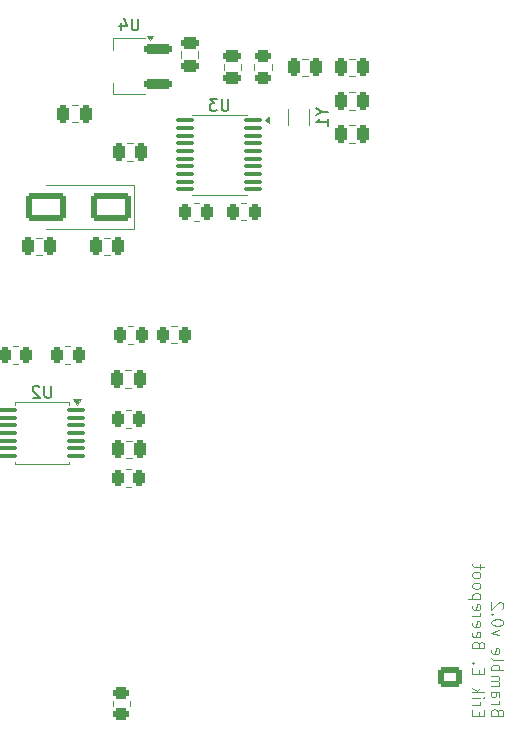
<source format=gbr>
%TF.GenerationSoftware,KiCad,Pcbnew,9.0.6*%
%TF.CreationDate,2025-12-09T07:01:58-08:00*%
%TF.ProjectId,bramble,6272616d-626c-4652-9e6b-696361645f70,rev?*%
%TF.SameCoordinates,Original*%
%TF.FileFunction,Legend,Bot*%
%TF.FilePolarity,Positive*%
%FSLAX46Y46*%
G04 Gerber Fmt 4.6, Leading zero omitted, Abs format (unit mm)*
G04 Created by KiCad (PCBNEW 9.0.6) date 2025-12-09 07:01:58*
%MOMM*%
%LPD*%
G01*
G04 APERTURE LIST*
G04 Aperture macros list*
%AMRoundRect*
0 Rectangle with rounded corners*
0 $1 Rounding radius*
0 $2 $3 $4 $5 $6 $7 $8 $9 X,Y pos of 4 corners*
0 Add a 4 corners polygon primitive as box body*
4,1,4,$2,$3,$4,$5,$6,$7,$8,$9,$2,$3,0*
0 Add four circle primitives for the rounded corners*
1,1,$1+$1,$2,$3*
1,1,$1+$1,$4,$5*
1,1,$1+$1,$6,$7*
1,1,$1+$1,$8,$9*
0 Add four rect primitives between the rounded corners*
20,1,$1+$1,$2,$3,$4,$5,0*
20,1,$1+$1,$4,$5,$6,$7,0*
20,1,$1+$1,$6,$7,$8,$9,0*
20,1,$1+$1,$8,$9,$2,$3,0*%
%AMFreePoly0*
4,1,9,5.362500,-0.866500,1.237500,-0.866500,1.237500,-0.450000,-1.237500,-0.450000,-1.237500,0.450000,1.237500,0.450000,1.237500,0.866500,5.362500,0.866500,5.362500,-0.866500,5.362500,-0.866500,$1*%
G04 Aperture macros list end*
%ADD10C,0.100000*%
%ADD11C,0.150000*%
%ADD12C,0.120000*%
%ADD13C,5.000000*%
%ADD14O,1.700000X1.950000*%
%ADD15RoundRect,0.250000X0.600000X0.725000X-0.600000X0.725000X-0.600000X-0.725000X0.600000X-0.725000X0*%
%ADD16C,1.200000*%
%ADD17C,1.800000*%
%ADD18R,1.800000X1.800000*%
%ADD19C,1.700000*%
%ADD20R,1.700000X1.700000*%
%ADD21C,0.650000*%
%ADD22O,1.950000X1.700000*%
%ADD23RoundRect,0.250000X0.725000X-0.600000X0.725000X0.600000X-0.725000X0.600000X-0.725000X-0.600000X0*%
%ADD24C,2.400000*%
%ADD25RoundRect,0.100000X0.637500X0.100000X-0.637500X0.100000X-0.637500X-0.100000X0.637500X-0.100000X0*%
%ADD26RoundRect,0.250000X-0.262500X-0.450000X0.262500X-0.450000X0.262500X0.450000X-0.262500X0.450000X0*%
%ADD27RoundRect,0.250000X0.262500X0.450000X-0.262500X0.450000X-0.262500X-0.450000X0.262500X-0.450000X0*%
%ADD28RoundRect,0.250000X-0.250000X-0.475000X0.250000X-0.475000X0.250000X0.475000X-0.250000X0.475000X0*%
%ADD29RoundRect,0.250001X1.412499X0.949999X-1.412499X0.949999X-1.412499X-0.949999X1.412499X-0.949999X0*%
%ADD30RoundRect,0.250000X0.250000X0.475000X-0.250000X0.475000X-0.250000X-0.475000X0.250000X-0.475000X0*%
%ADD31R,1.800000X1.000000*%
%ADD32RoundRect,0.225000X0.925000X0.225000X-0.925000X0.225000X-0.925000X-0.225000X0.925000X-0.225000X0*%
%ADD33FreePoly0,180.000000*%
%ADD34RoundRect,0.250000X-0.450000X0.262500X-0.450000X-0.262500X0.450000X-0.262500X0.450000X0.262500X0*%
%ADD35RoundRect,0.250000X-0.475000X0.250000X-0.475000X-0.250000X0.475000X-0.250000X0.475000X0.250000X0*%
%ADD36RoundRect,0.250000X0.450000X-0.262500X0.450000X0.262500X-0.450000X0.262500X-0.450000X-0.262500X0*%
G04 APERTURE END LIST*
D10*
X60061334Y-75412782D02*
X60013715Y-75269925D01*
X60013715Y-75269925D02*
X59966096Y-75222306D01*
X59966096Y-75222306D02*
X59870858Y-75174687D01*
X59870858Y-75174687D02*
X59728001Y-75174687D01*
X59728001Y-75174687D02*
X59632763Y-75222306D01*
X59632763Y-75222306D02*
X59585144Y-75269925D01*
X59585144Y-75269925D02*
X59537524Y-75365163D01*
X59537524Y-75365163D02*
X59537524Y-75746115D01*
X59537524Y-75746115D02*
X60537524Y-75746115D01*
X60537524Y-75746115D02*
X60537524Y-75412782D01*
X60537524Y-75412782D02*
X60489905Y-75317544D01*
X60489905Y-75317544D02*
X60442286Y-75269925D01*
X60442286Y-75269925D02*
X60347048Y-75222306D01*
X60347048Y-75222306D02*
X60251810Y-75222306D01*
X60251810Y-75222306D02*
X60156572Y-75269925D01*
X60156572Y-75269925D02*
X60108953Y-75317544D01*
X60108953Y-75317544D02*
X60061334Y-75412782D01*
X60061334Y-75412782D02*
X60061334Y-75746115D01*
X59537524Y-74746115D02*
X60204191Y-74746115D01*
X60013715Y-74746115D02*
X60108953Y-74698496D01*
X60108953Y-74698496D02*
X60156572Y-74650877D01*
X60156572Y-74650877D02*
X60204191Y-74555639D01*
X60204191Y-74555639D02*
X60204191Y-74460401D01*
X59537524Y-73698496D02*
X60061334Y-73698496D01*
X60061334Y-73698496D02*
X60156572Y-73746115D01*
X60156572Y-73746115D02*
X60204191Y-73841353D01*
X60204191Y-73841353D02*
X60204191Y-74031829D01*
X60204191Y-74031829D02*
X60156572Y-74127067D01*
X59585144Y-73698496D02*
X59537524Y-73793734D01*
X59537524Y-73793734D02*
X59537524Y-74031829D01*
X59537524Y-74031829D02*
X59585144Y-74127067D01*
X59585144Y-74127067D02*
X59680382Y-74174686D01*
X59680382Y-74174686D02*
X59775620Y-74174686D01*
X59775620Y-74174686D02*
X59870858Y-74127067D01*
X59870858Y-74127067D02*
X59918477Y-74031829D01*
X59918477Y-74031829D02*
X59918477Y-73793734D01*
X59918477Y-73793734D02*
X59966096Y-73698496D01*
X59537524Y-73222305D02*
X60204191Y-73222305D01*
X60108953Y-73222305D02*
X60156572Y-73174686D01*
X60156572Y-73174686D02*
X60204191Y-73079448D01*
X60204191Y-73079448D02*
X60204191Y-72936591D01*
X60204191Y-72936591D02*
X60156572Y-72841353D01*
X60156572Y-72841353D02*
X60061334Y-72793734D01*
X60061334Y-72793734D02*
X59537524Y-72793734D01*
X60061334Y-72793734D02*
X60156572Y-72746115D01*
X60156572Y-72746115D02*
X60204191Y-72650877D01*
X60204191Y-72650877D02*
X60204191Y-72508020D01*
X60204191Y-72508020D02*
X60156572Y-72412781D01*
X60156572Y-72412781D02*
X60061334Y-72365162D01*
X60061334Y-72365162D02*
X59537524Y-72365162D01*
X59537524Y-71888972D02*
X60537524Y-71888972D01*
X60156572Y-71888972D02*
X60204191Y-71793734D01*
X60204191Y-71793734D02*
X60204191Y-71603258D01*
X60204191Y-71603258D02*
X60156572Y-71508020D01*
X60156572Y-71508020D02*
X60108953Y-71460401D01*
X60108953Y-71460401D02*
X60013715Y-71412782D01*
X60013715Y-71412782D02*
X59728001Y-71412782D01*
X59728001Y-71412782D02*
X59632763Y-71460401D01*
X59632763Y-71460401D02*
X59585144Y-71508020D01*
X59585144Y-71508020D02*
X59537524Y-71603258D01*
X59537524Y-71603258D02*
X59537524Y-71793734D01*
X59537524Y-71793734D02*
X59585144Y-71888972D01*
X59537524Y-70841353D02*
X59585144Y-70936591D01*
X59585144Y-70936591D02*
X59680382Y-70984210D01*
X59680382Y-70984210D02*
X60537524Y-70984210D01*
X59585144Y-70079448D02*
X59537524Y-70174686D01*
X59537524Y-70174686D02*
X59537524Y-70365162D01*
X59537524Y-70365162D02*
X59585144Y-70460400D01*
X59585144Y-70460400D02*
X59680382Y-70508019D01*
X59680382Y-70508019D02*
X60061334Y-70508019D01*
X60061334Y-70508019D02*
X60156572Y-70460400D01*
X60156572Y-70460400D02*
X60204191Y-70365162D01*
X60204191Y-70365162D02*
X60204191Y-70174686D01*
X60204191Y-70174686D02*
X60156572Y-70079448D01*
X60156572Y-70079448D02*
X60061334Y-70031829D01*
X60061334Y-70031829D02*
X59966096Y-70031829D01*
X59966096Y-70031829D02*
X59870858Y-70508019D01*
X60204191Y-68936590D02*
X59537524Y-68698495D01*
X59537524Y-68698495D02*
X60204191Y-68460400D01*
X60537524Y-67888971D02*
X60537524Y-67793733D01*
X60537524Y-67793733D02*
X60489905Y-67698495D01*
X60489905Y-67698495D02*
X60442286Y-67650876D01*
X60442286Y-67650876D02*
X60347048Y-67603257D01*
X60347048Y-67603257D02*
X60156572Y-67555638D01*
X60156572Y-67555638D02*
X59918477Y-67555638D01*
X59918477Y-67555638D02*
X59728001Y-67603257D01*
X59728001Y-67603257D02*
X59632763Y-67650876D01*
X59632763Y-67650876D02*
X59585144Y-67698495D01*
X59585144Y-67698495D02*
X59537524Y-67793733D01*
X59537524Y-67793733D02*
X59537524Y-67888971D01*
X59537524Y-67888971D02*
X59585144Y-67984209D01*
X59585144Y-67984209D02*
X59632763Y-68031828D01*
X59632763Y-68031828D02*
X59728001Y-68079447D01*
X59728001Y-68079447D02*
X59918477Y-68127066D01*
X59918477Y-68127066D02*
X60156572Y-68127066D01*
X60156572Y-68127066D02*
X60347048Y-68079447D01*
X60347048Y-68079447D02*
X60442286Y-68031828D01*
X60442286Y-68031828D02*
X60489905Y-67984209D01*
X60489905Y-67984209D02*
X60537524Y-67888971D01*
X59632763Y-67127066D02*
X59585144Y-67079447D01*
X59585144Y-67079447D02*
X59537524Y-67127066D01*
X59537524Y-67127066D02*
X59585144Y-67174685D01*
X59585144Y-67174685D02*
X59632763Y-67127066D01*
X59632763Y-67127066D02*
X59537524Y-67127066D01*
X60442286Y-66698495D02*
X60489905Y-66650876D01*
X60489905Y-66650876D02*
X60537524Y-66555638D01*
X60537524Y-66555638D02*
X60537524Y-66317543D01*
X60537524Y-66317543D02*
X60489905Y-66222305D01*
X60489905Y-66222305D02*
X60442286Y-66174686D01*
X60442286Y-66174686D02*
X60347048Y-66127067D01*
X60347048Y-66127067D02*
X60251810Y-66127067D01*
X60251810Y-66127067D02*
X60108953Y-66174686D01*
X60108953Y-66174686D02*
X59537524Y-66746114D01*
X59537524Y-66746114D02*
X59537524Y-66127067D01*
X58451390Y-75746115D02*
X58451390Y-75412782D01*
X57927580Y-75269925D02*
X57927580Y-75746115D01*
X57927580Y-75746115D02*
X58927580Y-75746115D01*
X58927580Y-75746115D02*
X58927580Y-75269925D01*
X57927580Y-74841353D02*
X58594247Y-74841353D01*
X58403771Y-74841353D02*
X58499009Y-74793734D01*
X58499009Y-74793734D02*
X58546628Y-74746115D01*
X58546628Y-74746115D02*
X58594247Y-74650877D01*
X58594247Y-74650877D02*
X58594247Y-74555639D01*
X57927580Y-74222305D02*
X58594247Y-74222305D01*
X58927580Y-74222305D02*
X58879961Y-74269924D01*
X58879961Y-74269924D02*
X58832342Y-74222305D01*
X58832342Y-74222305D02*
X58879961Y-74174686D01*
X58879961Y-74174686D02*
X58927580Y-74222305D01*
X58927580Y-74222305D02*
X58832342Y-74222305D01*
X57927580Y-73746115D02*
X58927580Y-73746115D01*
X58308533Y-73650877D02*
X57927580Y-73365163D01*
X58594247Y-73365163D02*
X58213295Y-73746115D01*
X58451390Y-72174686D02*
X58451390Y-71841353D01*
X57927580Y-71698496D02*
X57927580Y-72174686D01*
X57927580Y-72174686D02*
X58927580Y-72174686D01*
X58927580Y-72174686D02*
X58927580Y-71698496D01*
X58022819Y-71269924D02*
X57975200Y-71222305D01*
X57975200Y-71222305D02*
X57927580Y-71269924D01*
X57927580Y-71269924D02*
X57975200Y-71317543D01*
X57975200Y-71317543D02*
X58022819Y-71269924D01*
X58022819Y-71269924D02*
X57927580Y-71269924D01*
X58451390Y-69698496D02*
X58403771Y-69555639D01*
X58403771Y-69555639D02*
X58356152Y-69508020D01*
X58356152Y-69508020D02*
X58260914Y-69460401D01*
X58260914Y-69460401D02*
X58118057Y-69460401D01*
X58118057Y-69460401D02*
X58022819Y-69508020D01*
X58022819Y-69508020D02*
X57975200Y-69555639D01*
X57975200Y-69555639D02*
X57927580Y-69650877D01*
X57927580Y-69650877D02*
X57927580Y-70031829D01*
X57927580Y-70031829D02*
X58927580Y-70031829D01*
X58927580Y-70031829D02*
X58927580Y-69698496D01*
X58927580Y-69698496D02*
X58879961Y-69603258D01*
X58879961Y-69603258D02*
X58832342Y-69555639D01*
X58832342Y-69555639D02*
X58737104Y-69508020D01*
X58737104Y-69508020D02*
X58641866Y-69508020D01*
X58641866Y-69508020D02*
X58546628Y-69555639D01*
X58546628Y-69555639D02*
X58499009Y-69603258D01*
X58499009Y-69603258D02*
X58451390Y-69698496D01*
X58451390Y-69698496D02*
X58451390Y-70031829D01*
X57975200Y-68650877D02*
X57927580Y-68746115D01*
X57927580Y-68746115D02*
X57927580Y-68936591D01*
X57927580Y-68936591D02*
X57975200Y-69031829D01*
X57975200Y-69031829D02*
X58070438Y-69079448D01*
X58070438Y-69079448D02*
X58451390Y-69079448D01*
X58451390Y-69079448D02*
X58546628Y-69031829D01*
X58546628Y-69031829D02*
X58594247Y-68936591D01*
X58594247Y-68936591D02*
X58594247Y-68746115D01*
X58594247Y-68746115D02*
X58546628Y-68650877D01*
X58546628Y-68650877D02*
X58451390Y-68603258D01*
X58451390Y-68603258D02*
X58356152Y-68603258D01*
X58356152Y-68603258D02*
X58260914Y-69079448D01*
X57975200Y-67793734D02*
X57927580Y-67888972D01*
X57927580Y-67888972D02*
X57927580Y-68079448D01*
X57927580Y-68079448D02*
X57975200Y-68174686D01*
X57975200Y-68174686D02*
X58070438Y-68222305D01*
X58070438Y-68222305D02*
X58451390Y-68222305D01*
X58451390Y-68222305D02*
X58546628Y-68174686D01*
X58546628Y-68174686D02*
X58594247Y-68079448D01*
X58594247Y-68079448D02*
X58594247Y-67888972D01*
X58594247Y-67888972D02*
X58546628Y-67793734D01*
X58546628Y-67793734D02*
X58451390Y-67746115D01*
X58451390Y-67746115D02*
X58356152Y-67746115D01*
X58356152Y-67746115D02*
X58260914Y-68222305D01*
X57927580Y-67317543D02*
X58594247Y-67317543D01*
X58403771Y-67317543D02*
X58499009Y-67269924D01*
X58499009Y-67269924D02*
X58546628Y-67222305D01*
X58546628Y-67222305D02*
X58594247Y-67127067D01*
X58594247Y-67127067D02*
X58594247Y-67031829D01*
X57975200Y-66317543D02*
X57927580Y-66412781D01*
X57927580Y-66412781D02*
X57927580Y-66603257D01*
X57927580Y-66603257D02*
X57975200Y-66698495D01*
X57975200Y-66698495D02*
X58070438Y-66746114D01*
X58070438Y-66746114D02*
X58451390Y-66746114D01*
X58451390Y-66746114D02*
X58546628Y-66698495D01*
X58546628Y-66698495D02*
X58594247Y-66603257D01*
X58594247Y-66603257D02*
X58594247Y-66412781D01*
X58594247Y-66412781D02*
X58546628Y-66317543D01*
X58546628Y-66317543D02*
X58451390Y-66269924D01*
X58451390Y-66269924D02*
X58356152Y-66269924D01*
X58356152Y-66269924D02*
X58260914Y-66746114D01*
X58594247Y-65841352D02*
X57594247Y-65841352D01*
X58546628Y-65841352D02*
X58594247Y-65746114D01*
X58594247Y-65746114D02*
X58594247Y-65555638D01*
X58594247Y-65555638D02*
X58546628Y-65460400D01*
X58546628Y-65460400D02*
X58499009Y-65412781D01*
X58499009Y-65412781D02*
X58403771Y-65365162D01*
X58403771Y-65365162D02*
X58118057Y-65365162D01*
X58118057Y-65365162D02*
X58022819Y-65412781D01*
X58022819Y-65412781D02*
X57975200Y-65460400D01*
X57975200Y-65460400D02*
X57927580Y-65555638D01*
X57927580Y-65555638D02*
X57927580Y-65746114D01*
X57927580Y-65746114D02*
X57975200Y-65841352D01*
X57927580Y-64793733D02*
X57975200Y-64888971D01*
X57975200Y-64888971D02*
X58022819Y-64936590D01*
X58022819Y-64936590D02*
X58118057Y-64984209D01*
X58118057Y-64984209D02*
X58403771Y-64984209D01*
X58403771Y-64984209D02*
X58499009Y-64936590D01*
X58499009Y-64936590D02*
X58546628Y-64888971D01*
X58546628Y-64888971D02*
X58594247Y-64793733D01*
X58594247Y-64793733D02*
X58594247Y-64650876D01*
X58594247Y-64650876D02*
X58546628Y-64555638D01*
X58546628Y-64555638D02*
X58499009Y-64508019D01*
X58499009Y-64508019D02*
X58403771Y-64460400D01*
X58403771Y-64460400D02*
X58118057Y-64460400D01*
X58118057Y-64460400D02*
X58022819Y-64508019D01*
X58022819Y-64508019D02*
X57975200Y-64555638D01*
X57975200Y-64555638D02*
X57927580Y-64650876D01*
X57927580Y-64650876D02*
X57927580Y-64793733D01*
X57927580Y-63888971D02*
X57975200Y-63984209D01*
X57975200Y-63984209D02*
X58022819Y-64031828D01*
X58022819Y-64031828D02*
X58118057Y-64079447D01*
X58118057Y-64079447D02*
X58403771Y-64079447D01*
X58403771Y-64079447D02*
X58499009Y-64031828D01*
X58499009Y-64031828D02*
X58546628Y-63984209D01*
X58546628Y-63984209D02*
X58594247Y-63888971D01*
X58594247Y-63888971D02*
X58594247Y-63746114D01*
X58594247Y-63746114D02*
X58546628Y-63650876D01*
X58546628Y-63650876D02*
X58499009Y-63603257D01*
X58499009Y-63603257D02*
X58403771Y-63555638D01*
X58403771Y-63555638D02*
X58118057Y-63555638D01*
X58118057Y-63555638D02*
X58022819Y-63603257D01*
X58022819Y-63603257D02*
X57975200Y-63650876D01*
X57975200Y-63650876D02*
X57927580Y-63746114D01*
X57927580Y-63746114D02*
X57927580Y-63888971D01*
X58594247Y-63269923D02*
X58594247Y-62888971D01*
X58927580Y-63127066D02*
X58070438Y-63127066D01*
X58070438Y-63127066D02*
X57975200Y-63079447D01*
X57975200Y-63079447D02*
X57927580Y-62984209D01*
X57927580Y-62984209D02*
X57927580Y-62888971D01*
D11*
X22261904Y-47804819D02*
X22261904Y-48614342D01*
X22261904Y-48614342D02*
X22214285Y-48709580D01*
X22214285Y-48709580D02*
X22166666Y-48757200D01*
X22166666Y-48757200D02*
X22071428Y-48804819D01*
X22071428Y-48804819D02*
X21880952Y-48804819D01*
X21880952Y-48804819D02*
X21785714Y-48757200D01*
X21785714Y-48757200D02*
X21738095Y-48709580D01*
X21738095Y-48709580D02*
X21690476Y-48614342D01*
X21690476Y-48614342D02*
X21690476Y-47804819D01*
X21261904Y-47900057D02*
X21214285Y-47852438D01*
X21214285Y-47852438D02*
X21119047Y-47804819D01*
X21119047Y-47804819D02*
X20880952Y-47804819D01*
X20880952Y-47804819D02*
X20785714Y-47852438D01*
X20785714Y-47852438D02*
X20738095Y-47900057D01*
X20738095Y-47900057D02*
X20690476Y-47995295D01*
X20690476Y-47995295D02*
X20690476Y-48090533D01*
X20690476Y-48090533D02*
X20738095Y-48233390D01*
X20738095Y-48233390D02*
X21309523Y-48804819D01*
X21309523Y-48804819D02*
X20690476Y-48804819D01*
X37261904Y-23504819D02*
X37261904Y-24314342D01*
X37261904Y-24314342D02*
X37214285Y-24409580D01*
X37214285Y-24409580D02*
X37166666Y-24457200D01*
X37166666Y-24457200D02*
X37071428Y-24504819D01*
X37071428Y-24504819D02*
X36880952Y-24504819D01*
X36880952Y-24504819D02*
X36785714Y-24457200D01*
X36785714Y-24457200D02*
X36738095Y-24409580D01*
X36738095Y-24409580D02*
X36690476Y-24314342D01*
X36690476Y-24314342D02*
X36690476Y-23504819D01*
X36309523Y-23504819D02*
X35690476Y-23504819D01*
X35690476Y-23504819D02*
X36023809Y-23885771D01*
X36023809Y-23885771D02*
X35880952Y-23885771D01*
X35880952Y-23885771D02*
X35785714Y-23933390D01*
X35785714Y-23933390D02*
X35738095Y-23981009D01*
X35738095Y-23981009D02*
X35690476Y-24076247D01*
X35690476Y-24076247D02*
X35690476Y-24314342D01*
X35690476Y-24314342D02*
X35738095Y-24409580D01*
X35738095Y-24409580D02*
X35785714Y-24457200D01*
X35785714Y-24457200D02*
X35880952Y-24504819D01*
X35880952Y-24504819D02*
X36166666Y-24504819D01*
X36166666Y-24504819D02*
X36261904Y-24457200D01*
X36261904Y-24457200D02*
X36309523Y-24409580D01*
X45203628Y-24576309D02*
X45679819Y-24576309D01*
X44679819Y-24242976D02*
X45203628Y-24576309D01*
X45203628Y-24576309D02*
X44679819Y-24909642D01*
X45679819Y-25766785D02*
X45679819Y-25195357D01*
X45679819Y-25481071D02*
X44679819Y-25481071D01*
X44679819Y-25481071D02*
X44822676Y-25385833D01*
X44822676Y-25385833D02*
X44917914Y-25290595D01*
X44917914Y-25290595D02*
X44965533Y-25195357D01*
X29649404Y-16704819D02*
X29649404Y-17514342D01*
X29649404Y-17514342D02*
X29601785Y-17609580D01*
X29601785Y-17609580D02*
X29554166Y-17657200D01*
X29554166Y-17657200D02*
X29458928Y-17704819D01*
X29458928Y-17704819D02*
X29268452Y-17704819D01*
X29268452Y-17704819D02*
X29173214Y-17657200D01*
X29173214Y-17657200D02*
X29125595Y-17609580D01*
X29125595Y-17609580D02*
X29077976Y-17514342D01*
X29077976Y-17514342D02*
X29077976Y-16704819D01*
X28173214Y-17038152D02*
X28173214Y-17704819D01*
X28411309Y-16657200D02*
X28649404Y-17371485D01*
X28649404Y-17371485D02*
X28030357Y-17371485D01*
D12*
%TO.C,U2*%
X24450000Y-49390000D02*
X24110000Y-48920000D01*
X24790000Y-48920000D01*
X24450000Y-49390000D01*
G36*
X24450000Y-49390000D02*
G01*
X24110000Y-48920000D01*
X24790000Y-48920000D01*
X24450000Y-49390000D01*
G37*
X23810000Y-54410000D02*
X23810000Y-54210000D01*
X23810000Y-49390000D02*
X23810000Y-49190000D01*
X23810000Y-49190000D02*
X19190000Y-49190000D01*
X19190000Y-54410000D02*
X23810000Y-54410000D01*
X19190000Y-54210000D02*
X19190000Y-54410000D01*
X19190000Y-49190000D02*
X19190000Y-49390000D01*
%TO.C,R10*%
X28772936Y-42765000D02*
X29227064Y-42765000D01*
X28772936Y-44235000D02*
X29227064Y-44235000D01*
%TO.C,R13*%
X38802064Y-32315000D02*
X38347936Y-32315000D01*
X38802064Y-33785000D02*
X38347936Y-33785000D01*
%TO.C,C7*%
X43488748Y-20090000D02*
X44011252Y-20090000D01*
X43488748Y-21560000D02*
X44011252Y-21560000D01*
%TO.C,U3*%
X34190000Y-31635000D02*
X38810000Y-31635000D01*
X38810000Y-24865000D02*
X34190000Y-24865000D01*
X40690000Y-25560000D02*
X40360000Y-25320000D01*
X40690000Y-25080000D01*
X40690000Y-25560000D01*
G36*
X40690000Y-25560000D02*
G01*
X40360000Y-25320000D01*
X40690000Y-25080000D01*
X40690000Y-25560000D01*
G37*
%TO.C,Y2*%
X21790000Y-30790000D02*
X29235000Y-30790000D01*
X29235000Y-30790000D02*
X29235000Y-34510000D01*
X29235000Y-34510000D02*
X21790000Y-34510000D01*
%TO.C,C3*%
X47468748Y-22941667D02*
X47991252Y-22941667D01*
X47468748Y-24411667D02*
X47991252Y-24411667D01*
%TO.C,TPS_C_OUT1*%
X28578748Y-52435000D02*
X29101252Y-52435000D01*
X28578748Y-53905000D02*
X29101252Y-53905000D01*
%TO.C,R12*%
X29057064Y-54875000D02*
X28602936Y-54875000D01*
X29057064Y-56345000D02*
X28602936Y-56345000D01*
%TO.C,C8*%
X47463748Y-20090000D02*
X47986252Y-20090000D01*
X47463748Y-21560000D02*
X47986252Y-21560000D01*
%TO.C,C10*%
X21511252Y-35265000D02*
X20988748Y-35265000D01*
X21511252Y-36735000D02*
X20988748Y-36735000D01*
%TO.C,R9*%
X32887064Y-42725000D02*
X32432936Y-42725000D01*
X32887064Y-44195000D02*
X32432936Y-44195000D01*
%TO.C,R11*%
X19487064Y-44465000D02*
X19032936Y-44465000D01*
X19487064Y-45935000D02*
X19032936Y-45935000D01*
%TO.C,Y1*%
X42350000Y-25727500D02*
X42350000Y-24377500D01*
X44100000Y-25727500D02*
X44100000Y-24377500D01*
%TO.C,R6*%
X23897064Y-44465000D02*
X23442936Y-44465000D01*
X23897064Y-45935000D02*
X23442936Y-45935000D01*
%TO.C,U4*%
X27527500Y-19370000D02*
X27527500Y-18390000D01*
X27527500Y-22130000D02*
X27527500Y-23110000D01*
X27527500Y-23110000D02*
X30247500Y-23110000D01*
X30107500Y-18390000D02*
X27527500Y-18390000D01*
X30247500Y-18390000D02*
X27527500Y-18390000D01*
X30657500Y-18540000D02*
X30417500Y-18210000D01*
X30897500Y-18210000D01*
X30657500Y-18540000D01*
G36*
X30657500Y-18540000D02*
G01*
X30417500Y-18210000D01*
X30897500Y-18210000D01*
X30657500Y-18540000D01*
G37*
%TO.C,C5*%
X23988748Y-24015000D02*
X24511252Y-24015000D01*
X23988748Y-25485000D02*
X24511252Y-25485000D01*
%TO.C,TPS_C_IN1*%
X28538748Y-46490000D02*
X29061252Y-46490000D01*
X28538748Y-47960000D02*
X29061252Y-47960000D01*
%TO.C,R14*%
X34777064Y-32340000D02*
X34322936Y-32340000D01*
X34777064Y-33810000D02*
X34322936Y-33810000D01*
%TO.C,R5*%
X27465000Y-74482936D02*
X27465000Y-74937064D01*
X28935000Y-74482936D02*
X28935000Y-74937064D01*
%TO.C,C6*%
X36865000Y-20558748D02*
X36865000Y-21081252D01*
X38335000Y-20558748D02*
X38335000Y-21081252D01*
%TO.C,R15*%
X39465000Y-21027064D02*
X39465000Y-20572936D01*
X40935000Y-21027064D02*
X40935000Y-20572936D01*
%TO.C,C1*%
X47468748Y-25743333D02*
X47991252Y-25743333D01*
X47468748Y-27213333D02*
X47991252Y-27213333D01*
%TO.C,R7*%
X29052064Y-49865000D02*
X28597936Y-49865000D01*
X29052064Y-51335000D02*
X28597936Y-51335000D01*
%TO.C,C4*%
X33265000Y-19488748D02*
X33265000Y-20011252D01*
X34735000Y-19488748D02*
X34735000Y-20011252D01*
%TO.C,C2*%
X29211252Y-27265000D02*
X28688748Y-27265000D01*
X29211252Y-28735000D02*
X28688748Y-28735000D01*
%TO.C,C11*%
X27261252Y-35265000D02*
X26738748Y-35265000D01*
X27261252Y-36735000D02*
X26738748Y-36735000D01*
%TD*%
%LPC*%
D13*
%TO.C,U$3*%
X56750000Y-17000000D03*
%TD*%
%TO.C,U$2*%
X16750000Y-79500000D03*
%TD*%
D14*
%TO.C,J2*%
X25700000Y-79725000D03*
X28200000Y-79725000D03*
D15*
X30700000Y-79725000D03*
D16*
X32300000Y-77725000D03*
%TD*%
D17*
%TO.C,PMU_STATUS*%
X57740000Y-40000000D03*
X55200000Y-40000000D03*
D18*
X52660000Y-40000000D03*
%TD*%
D19*
%TO.C,J6*%
X48520000Y-78385000D03*
X48520000Y-80925000D03*
X45980000Y-78385000D03*
X45980000Y-80925000D03*
X43440000Y-78385000D03*
X43440000Y-80925000D03*
X40900000Y-78385000D03*
X40900000Y-80925000D03*
X38360000Y-78385000D03*
X38360000Y-80925000D03*
X35820000Y-78385000D03*
D20*
X35820000Y-80925000D03*
%TD*%
D13*
%TO.C,U$4*%
X16750000Y-17000000D03*
%TD*%
D21*
%TO.C,J4*%
X36560000Y-18775000D03*
X42340000Y-18775000D03*
%TD*%
D19*
%TO.C,J3*%
X57550000Y-44951250D03*
X55010000Y-44951250D03*
D20*
X52470000Y-44951250D03*
%TD*%
D22*
%TO.C,PMU_DEBUG*%
X56050000Y-62433750D03*
X56050000Y-64933750D03*
X56050000Y-67433750D03*
X56050000Y-69933750D03*
D23*
X56050000Y-72433750D03*
%TD*%
D13*
%TO.C,U$1*%
X56750000Y-79500000D03*
%TD*%
D24*
%TO.C,R8*%
X15200000Y-73620000D03*
X15200000Y-58380000D03*
%TD*%
D25*
%TO.C,U2*%
X18637500Y-49850000D03*
X18637500Y-50500000D03*
X18637500Y-51150000D03*
X18637500Y-51800000D03*
X18637500Y-52450000D03*
X18637500Y-53100000D03*
X18637500Y-53750000D03*
X24362500Y-53750000D03*
X24362500Y-53100000D03*
X24362500Y-52450000D03*
X24362500Y-51800000D03*
X24362500Y-51150000D03*
X24362500Y-50500000D03*
X24362500Y-49850000D03*
%TD*%
D26*
%TO.C,R10*%
X28087500Y-43500000D03*
X29912500Y-43500000D03*
%TD*%
D27*
%TO.C,R13*%
X39487500Y-33050000D03*
X37662500Y-33050000D03*
%TD*%
D28*
%TO.C,C7*%
X42800000Y-20825000D03*
X44700000Y-20825000D03*
%TD*%
D25*
%TO.C,U3*%
X39362500Y-25325000D03*
X39362500Y-25975000D03*
X39362500Y-26625000D03*
X39362500Y-27275000D03*
X39362500Y-27925000D03*
X39362500Y-28575000D03*
X39362500Y-29225000D03*
X39362500Y-29875000D03*
X39362500Y-30525000D03*
X39362500Y-31175000D03*
X33637500Y-31175000D03*
X33637500Y-30525000D03*
X33637500Y-29875000D03*
X33637500Y-29225000D03*
X33637500Y-28575000D03*
X33637500Y-27925000D03*
X33637500Y-27275000D03*
X33637500Y-26625000D03*
X33637500Y-25975000D03*
X33637500Y-25325000D03*
%TD*%
D29*
%TO.C,Y2*%
X27312500Y-32650000D03*
X21787500Y-32650000D03*
%TD*%
D28*
%TO.C,C3*%
X46780000Y-23676667D03*
X48680000Y-23676667D03*
%TD*%
%TO.C,TPS_C_OUT1*%
X27890000Y-53170000D03*
X29790000Y-53170000D03*
%TD*%
D27*
%TO.C,R12*%
X29742500Y-55610000D03*
X27917500Y-55610000D03*
%TD*%
D28*
%TO.C,C8*%
X46775000Y-20825000D03*
X48675000Y-20825000D03*
%TD*%
D30*
%TO.C,C10*%
X22200000Y-36000000D03*
X20300000Y-36000000D03*
%TD*%
D27*
%TO.C,R9*%
X33572500Y-43460000D03*
X31747500Y-43460000D03*
%TD*%
%TO.C,R11*%
X20172500Y-45200000D03*
X18347500Y-45200000D03*
%TD*%
D31*
%TO.C,Y1*%
X43225000Y-23802500D03*
X43225000Y-26302500D03*
%TD*%
D27*
%TO.C,R6*%
X24582500Y-45200000D03*
X22757500Y-45200000D03*
%TD*%
D32*
%TO.C,U4*%
X31337500Y-19250000D03*
D33*
X31250000Y-20750000D03*
D32*
X31337500Y-22250000D03*
%TD*%
D28*
%TO.C,C5*%
X23300000Y-24750000D03*
X25200000Y-24750000D03*
%TD*%
%TO.C,TPS_C_IN1*%
X27850000Y-47225000D03*
X29750000Y-47225000D03*
%TD*%
D27*
%TO.C,R14*%
X35462500Y-33075000D03*
X33637500Y-33075000D03*
%TD*%
D34*
%TO.C,R5*%
X28200000Y-73797500D03*
X28200000Y-75622500D03*
%TD*%
D35*
%TO.C,C6*%
X37600000Y-19870000D03*
X37600000Y-21770000D03*
%TD*%
D36*
%TO.C,R15*%
X40200000Y-21712500D03*
X40200000Y-19887500D03*
%TD*%
D28*
%TO.C,C1*%
X46780000Y-26478333D03*
X48680000Y-26478333D03*
%TD*%
D27*
%TO.C,R7*%
X29737500Y-50600000D03*
X27912500Y-50600000D03*
%TD*%
D35*
%TO.C,C4*%
X34000000Y-18800000D03*
X34000000Y-20700000D03*
%TD*%
D30*
%TO.C,C2*%
X29900000Y-28000000D03*
X28000000Y-28000000D03*
%TD*%
%TO.C,C11*%
X27950000Y-36000000D03*
X26050000Y-36000000D03*
%TD*%
%LPD*%
M02*

</source>
